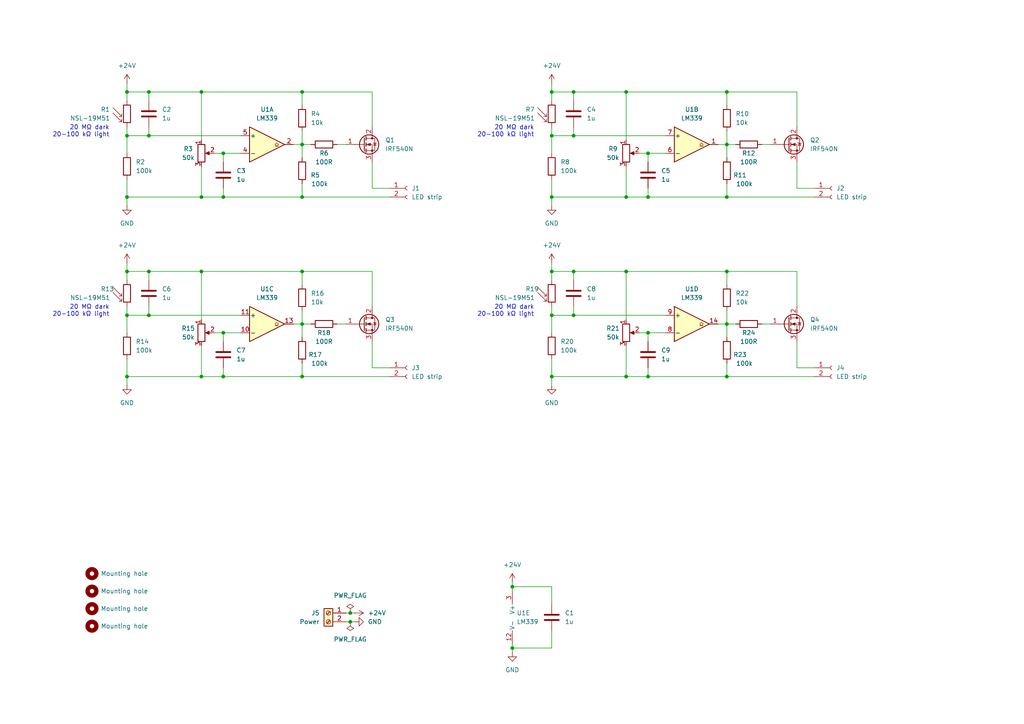
<source format=kicad_sch>
(kicad_sch (version 20250114) (generator "eeschema") (generator_version "9.0")
  (paper "A4")
  (title_block (title "Wardrobe light sensor/driver") (date "2025-08-01") (rev "A") (company "Sean Leavey") (comment 1 "https://github.com/SeanDS/wardrobe-leds"))
  (lib_symbols
    (symbol "Comparator:LM339" (pin_names (offset 0.127))
      (property "Reference" "U" (at 0 5.08 0))
      (property "Value" "LM339" (at 0 -5.08 0))
      (symbol "LM339_1_1"
        (polyline (pts (xy -5.08 5.08) (xy 5.08 0) (xy -5.08 -5.08) (xy -5.08 5.08)) (stroke (width 0.254)) (fill (type background)))
        (polyline (pts (xy 3.302 -0.508) (xy 2.794 -0.508) (xy 3.302 0) (xy 2.794 0.508) (xy 2.286 0) (xy 2.794 -0.508) (xy 2.286 -0.508)) (stroke (width 0.127)))
        (pin input line (at -7.62 2.54 0) (length 2.54) (name "+") (number "5"))
        (pin input line (at -7.62 -2.54 0) (length 2.54) (name "-") (number "4"))
        (pin open_collector line (at 7.62 0 180) (length 2.54) (name "~") (number "2"))
      )
      (symbol "LM339_2_1"
        (polyline (pts (xy -5.08 5.08) (xy 5.08 0) (xy -5.08 -5.08) (xy -5.08 5.08)) (stroke (width 0.254)) (fill (type background)))
        (polyline (pts (xy 3.302 -0.508) (xy 2.794 -0.508) (xy 3.302 0) (xy 2.794 0.508) (xy 2.286 0) (xy 2.794 -0.508) (xy 2.286 -0.508)) (stroke (width 0.127)))
        (pin input line (at -7.62 2.54 0) (length 2.54) (name "+") (number "7"))
        (pin input line (at -7.62 -2.54 0) (length 2.54) (name "-") (number "6"))
        (pin open_collector line (at 7.62 0 180) (length 2.54) (name "~") (number "1"))
      )
      (symbol "LM339_3_1"
        (polyline (pts (xy -5.08 5.08) (xy 5.08 0) (xy -5.08 -5.08) (xy -5.08 5.08)) (stroke (width 0.254)) (fill (type background)))
        (polyline (pts (xy 3.302 -0.508) (xy 2.794 -0.508) (xy 3.302 0) (xy 2.794 0.508) (xy 2.286 0) (xy 2.794 -0.508) (xy 2.286 -0.508)) (stroke (width 0.127)))
        (pin input line (at -7.62 2.54 0) (length 2.54) (name "+") (number "11"))
        (pin input line (at -7.62 -2.54 0) (length 2.54) (name "-") (number "10"))
        (pin open_collector line (at 7.62 0 180) (length 2.54) (name "~") (number "13"))
      )
      (symbol "LM339_4_1"
        (polyline (pts (xy -5.08 5.08) (xy 5.08 0) (xy -5.08 -5.08) (xy -5.08 5.08)) (stroke (width 0.254)) (fill (type background)))
        (polyline (pts (xy 3.302 -0.508) (xy 2.794 -0.508) (xy 3.302 0) (xy 2.794 0.508) (xy 2.286 0) (xy 2.794 -0.508) (xy 2.286 -0.508)) (stroke (width 0.127)))
        (pin input line (at -7.62 2.54 0) (length 2.54) (name "+") (number "9"))
        (pin input line (at -7.62 -2.54 0) (length 2.54) (name "-") (number "8"))
        (pin open_collector line (at 7.62 0 180) (length 2.54) (name "~") (number "14"))
      )
      (symbol "LM339_5_1"
        (pin power_in line (at -2.54 7.62 270) (length 3.81) (name "V+") (number "3"))
        (pin power_in line (at -2.54 -7.62 90) (length 3.81) (name "V-") (number "12"))
      )
    )
    (symbol "Connector:Conn_01x02_Socket" (pin_names (offset 1.016) (hide yes))
      (property "Reference" "J" (at 0 2.54 0))
      (property "Value" "Conn_01x02_Socket" (at 0 -5.08 0))
      (symbol "Conn_01x02_Socket_1_1"
        (polyline (pts (xy -1.27 0) (xy -0.508 0)) (stroke (width 0.1524)))
        (polyline (pts (xy -1.27 -2.54) (xy -0.508 -2.54)) (stroke (width 0.1524)))
        (arc (start 0 -0.508) (mid -0.5058 0) (end 0 0.508) (stroke (width 0.1524)))
        (arc (start 0 -3.048) (mid -0.5058 -2.54) (end 0 -2.032) (stroke (width 0.1524)))
        (pin passive line (at -5.08 0 0) (length 3.81) (name "Pin_1") (number "1"))
        (pin passive line (at -5.08 -2.54 0) (length 3.81) (name "Pin_2") (number "2"))
      )
    )
    (symbol "Connector:Screw_Terminal_01x02" (pin_names (offset 1.016) (hide yes))
      (property "Reference" "J" (at 0 2.54 0))
      (property "Value" "Screw_Terminal_01x02" (at 0 -5.08 0))
      (symbol "Screw_Terminal_01x02_1_1"
        (rectangle (start -1.27 1.27) (end 1.27 -3.81) (stroke (width 0.254)) (fill (type background)))
        (polyline (pts (xy -0.5334 0.3302) (xy 0.3302 -0.508)) (stroke (width 0.1524)))
        (polyline (pts (xy -0.5334 -2.2098) (xy 0.3302 -3.048)) (stroke (width 0.1524)))
        (polyline (pts (xy -0.3556 0.508) (xy 0.508 -0.3302)) (stroke (width 0.1524)))
        (polyline (pts (xy -0.3556 -2.032) (xy 0.508 -2.8702)) (stroke (width 0.1524)))
        (circle (center 0 0) (radius 0.635) (stroke (width 0.1524)))
        (circle (center 0 -2.54) (radius 0.635) (stroke (width 0.1524)))
        (pin passive line (at -5.08 0 0) (length 3.81) (name "Pin_1") (number "1"))
        (pin passive line (at -5.08 -2.54 0) (length 3.81) (name "Pin_2") (number "2"))
      )
    )
    (symbol "Device:C" (pin_numbers (hide yes)) (pin_names (offset 0.254))
      (property "Reference" "C" (at 0.635 2.54 0))
      (property "Value" "C" (at 0.635 -2.54 0))
      (symbol "C_0_1"
        (polyline (pts (xy -2.032 0.762) (xy 2.032 0.762)) (stroke (width 0.508)))
        (polyline (pts (xy -2.032 -0.762) (xy 2.032 -0.762)) (stroke (width 0.508)))
      )
      (symbol "C_1_1"
        (pin passive line (at 0 3.81 270) (length 2.794) (name "~") (number "1"))
        (pin passive line (at 0 -3.81 90) (length 2.794) (name "~") (number "2"))
      )
    )
    (symbol "Device:R" (pin_numbers (hide yes)) (pin_names (offset 0))
      (property "Reference" "R" (at 2.032 0 90))
      (property "Value" "R" (at 0 0 90))
      (symbol "R_0_1"
        (rectangle (start -1.016 -2.54) (end 1.016 2.54) (stroke (width 0.254)))
      )
      (symbol "R_1_1"
        (pin passive line (at 0 3.81 270) (length 1.27) (name "~") (number "1"))
        (pin passive line (at 0 -3.81 90) (length 1.27) (name "~") (number "2"))
      )
    )
    (symbol "Device:R_Photo" (pin_numbers (hide yes)) (pin_names (offset 0))
      (property "Reference" "R" (at 1.27 1.27 0))
      (property "Value" "R_Photo" (at 1.27 0 0))
      (symbol "R_Photo_0_1"
        (polyline (pts (xy -1.524 -0.762) (xy -4.064 1.778)))
        (polyline (pts (xy -1.524 -0.762) (xy -2.286 -0.762)))
        (polyline (pts (xy -1.524 -0.762) (xy -1.524 0)))
        (polyline (pts (xy -1.524 -2.286) (xy -4.064 0.254)))
        (polyline (pts (xy -1.524 -2.286) (xy -2.286 -2.286)))
        (polyline (pts (xy -1.524 -2.286) (xy -1.524 -1.524)))
        (rectangle (start -1.016 2.54) (end 1.016 -2.54) (stroke (width 0.254)))
      )
      (symbol "R_Photo_1_1"
        (pin passive line (at 0 3.81 270) (length 1.27) (name "~") (number "1"))
        (pin passive line (at 0 -3.81 90) (length 1.27) (name "~") (number "2"))
      )
    )
    (symbol "Device:R_Potentiometer" (pin_names (offset 1.016) (hide yes))
      (property "Reference" "RV" (at -4.445 0 90))
      (property "Value" "R_Potentiometer" (at -2.54 0 90))
      (symbol "R_Potentiometer_0_1"
        (rectangle (start 1.016 2.54) (end -1.016 -2.54) (stroke (width 0.254)))
        (polyline (pts (xy 1.143 0) (xy 2.286 0.508) (xy 2.286 -0.508) (xy 1.143 0)) (fill (type outline)))
        (polyline (pts (xy 2.54 0) (xy 1.524 0)))
      )
      (symbol "R_Potentiometer_1_1"
        (pin passive line (at 0 3.81 270) (length 1.27) (name "1") (number "1"))
        (pin passive line (at 0 -3.81 90) (length 1.27) (name "3") (number "3"))
        (pin passive line (at 3.81 0 180) (length 1.27) (name "2") (number "2"))
      )
    )
    (symbol "Mechanical:MountingHole" (pin_names (offset 1.016)) (in_bom no)
      (property "Reference" "H" (at 0 5.08 0))
      (property "Value" "MountingHole" (at 0 3.175 0))
      (symbol "MountingHole_0_1"
        (circle (center 0 0) (radius 1.27) (stroke (width 1.27)))
      )
    )
    (symbol "Transistor_FET:IRF540N" (pin_names (hide yes))
      (property "Reference" "Q" (at 5.08 1.905 0))
      (property "Value" "IRF540N" (at 5.08 0 0))
      (symbol "IRF540N_0_1"
        (polyline (pts (xy 0.254 1.905) (xy 0.254 -1.905)) (stroke (width 0.254)))
        (polyline (pts (xy 0.254 0) (xy -2.54 0)))
        (polyline (pts (xy 0.762 2.286) (xy 0.762 1.27)) (stroke (width 0.254)))
        (polyline (pts (xy 0.762 0.508) (xy 0.762 -0.508)) (stroke (width 0.254)))
        (polyline (pts (xy 0.762 -1.27) (xy 0.762 -2.286)) (stroke (width 0.254)))
        (polyline (pts (xy 0.762 -1.778) (xy 3.302 -1.778) (xy 3.302 1.778) (xy 0.762 1.778)))
        (polyline (pts (xy 1.016 0) (xy 2.032 0.381) (xy 2.032 -0.381) (xy 1.016 0)) (fill (type outline)))
        (circle (center 1.651 0) (radius 2.794) (stroke (width 0.254)))
        (polyline (pts (xy 2.54 2.54) (xy 2.54 1.778)))
        (circle (center 2.54 1.778) (radius 0.254) (fill (type outline)))
        (circle (center 2.54 -1.778) (radius 0.254) (fill (type outline)))
        (polyline (pts (xy 2.54 -2.54) (xy 2.54 0) (xy 0.762 0)))
        (polyline (pts (xy 2.794 0.508) (xy 2.921 0.381) (xy 3.683 0.381) (xy 3.81 0.254)))
        (polyline (pts (xy 3.302 0.381) (xy 2.921 -0.254) (xy 3.683 -0.254) (xy 3.302 0.381)))
      )
      (symbol "IRF540N_1_1"
        (pin input line (at -5.08 0 0) (length 2.54) (name "G") (number "1"))
        (pin passive line (at 2.54 5.08 270) (length 2.54) (name "D") (number "2"))
        (pin passive line (at 2.54 -5.08 90) (length 2.54) (name "S") (number "3"))
      )
    )
    (symbol "power:+24V" (power) (pin_numbers (hide yes)) (pin_names (offset 0) (hide yes))
      (property "Value" "+24V" (at 0 3.556 0))
      (symbol "+24V_0_1"
        (polyline (pts (xy -0.762 1.27) (xy 0 2.54)))
        (polyline (pts (xy 0 2.54) (xy 0.762 1.27)))
        (polyline (pts (xy 0 0) (xy 0 2.54)))
      )
      (symbol "+24V_1_1"
        (pin power_in line (at 0 0 90) (length 0) (name "~") (number "1"))
      )
    )
    (symbol "power:GND" (power) (pin_numbers (hide yes)) (pin_names (offset 0) (hide yes))
      (property "Value" "GND" (at 0 -3.81 0))
      (symbol "GND_0_1"
        (polyline (pts (xy 0 0) (xy 0 -1.27) (xy 1.27 -1.27) (xy 0 -2.54) (xy -1.27 -1.27) (xy 0 -1.27)))
      )
      (symbol "GND_1_1"
        (pin power_in line (at 0 0 270) (length 0) (name "~") (number "1"))
      )
    )
    (symbol "power:PWR_FLAG" (power) (pin_numbers (hide yes)) (pin_names (offset 0) (hide yes))
      (property "Value" "PWR_FLAG" (at 0 3.81 0))
      (symbol "PWR_FLAG_0_0"
        (pin power_out line (at 0 0 90) (length 0) (name "~") (number "1"))
      )
      (symbol "PWR_FLAG_0_1"
        (polyline (pts (xy 0 0) (xy 0 1.27) (xy -1.016 1.905) (xy 0 2.54) (xy 1.016 1.905) (xy 0 1.27)))
      )
    )
  )
  (text "20 MΩ dark\n20-100 kΩ light" (at 31.75 38.1 0) (effects (font (size 1.27 1.27)) (justify right)))
  (text "20 MΩ dark\n20-100 kΩ light" (at 154.94 38.1 0) (effects (font (size 1.27 1.27)) (justify right)))
  (text "20 MΩ dark\n20-100 kΩ light" (at 154.94 90.17 0) (effects (font (size 1.27 1.27)) (justify right)))
  (text "20 MΩ dark\n20-100 kΩ light" (at 31.75 90.17 0) (effects (font (size 1.27 1.27)) (justify right)))
  (junction (at 64.77 96.52))
  (junction (at 58.42 109.22))
  (junction (at 36.83 39.37))
  (junction (at 58.42 26.67))
  (junction (at 181.61 109.22))
  (junction (at 166.37 91.44))
  (junction (at 87.63 41.91))
  (junction (at 148.59 170.18))
  (junction (at 210.82 57.15))
  (junction (at 43.18 91.44))
  (junction (at 64.77 57.15))
  (junction (at 87.63 93.98))
  (junction (at 58.42 78.74))
  (junction (at 181.61 57.15))
  (junction (at 210.82 26.67))
  (junction (at 87.63 109.22))
  (junction (at 87.63 57.15))
  (junction (at 36.83 109.22))
  (junction (at 36.83 57.15))
  (junction (at 43.18 39.37))
  (junction (at 166.37 39.37))
  (junction (at 210.82 78.74))
  (junction (at 36.83 91.44))
  (junction (at 187.96 109.22))
  (junction (at 43.18 78.74))
  (junction (at 148.59 187.96))
  (junction (at 160.02 109.22))
  (junction (at 160.02 57.15))
  (junction (at 36.83 26.67))
  (junction (at 181.61 26.67))
  (junction (at 210.82 109.22))
  (junction (at 36.83 78.74))
  (junction (at 187.96 44.45))
  (junction (at 210.82 93.98))
  (junction (at 160.02 78.74))
  (junction (at 101.6 177.8))
  (junction (at 160.02 26.67))
  (junction (at 166.37 26.67))
  (junction (at 101.6 180.34))
  (junction (at 166.37 78.74))
  (junction (at 58.42 57.15))
  (junction (at 181.61 78.74))
  (junction (at 87.63 26.67))
  (junction (at 160.02 91.44))
  (junction (at 43.18 26.67))
  (junction (at 87.63 78.74))
  (junction (at 187.96 96.52))
  (junction (at 210.82 41.91))
  (junction (at 64.77 44.45))
  (junction (at 187.96 57.15))
  (junction (at 160.02 39.37))
  (junction (at 64.77 109.22))
  (wire (pts (xy 107.95 78.74) (xy 107.95 88.9)))
  (wire (pts (xy 64.77 44.45) (xy 64.77 46.99)))
  (wire (pts (xy 85.09 93.98) (xy 87.63 93.98)))
  (wire (pts (xy 87.63 53.34) (xy 87.63 57.15)))
  (wire (pts (xy 64.77 96.52) (xy 69.85 96.52)))
  (wire (pts (xy 36.83 52.07) (xy 36.83 57.15)))
  (wire (pts (xy 166.37 88.9) (xy 166.37 91.44)))
  (wire (pts (xy 36.83 57.15) (xy 58.42 57.15)))
  (wire (pts (xy 231.14 26.67) (xy 231.14 36.83)))
  (wire (pts (xy 58.42 48.26) (xy 58.42 57.15)))
  (wire (pts (xy 43.18 26.67) (xy 58.42 26.67)))
  (wire (pts (xy 166.37 26.67) (xy 166.37 29.21)))
  (wire (pts (xy 43.18 91.44) (xy 36.83 91.44)))
  (wire (pts (xy 223.52 41.91) (xy 220.98 41.91)))
  (wire (pts (xy 166.37 78.74) (xy 166.37 81.28)))
  (wire (pts (xy 187.96 96.52) (xy 193.04 96.52)))
  (wire (pts (xy 210.82 41.91) (xy 210.82 45.72)))
  (wire (pts (xy 87.63 41.91) (xy 87.63 45.72)))
  (wire (pts (xy 87.63 26.67) (xy 87.63 30.48)))
  (wire (pts (xy 87.63 38.1) (xy 87.63 41.91)))
  (wire (pts (xy 166.37 91.44) (xy 160.02 91.44)))
  (wire (pts (xy 43.18 39.37) (xy 36.83 39.37)))
  (wire (pts (xy 160.02 39.37) (xy 160.02 44.45)))
  (wire (pts (xy 100.33 41.91) (xy 97.79 41.91)))
  (wire (pts (xy 64.77 44.45) (xy 69.85 44.45)))
  (wire (pts (xy 181.61 48.26) (xy 181.61 57.15)))
  (wire (pts (xy 210.82 93.98) (xy 210.82 97.79)))
  (wire (pts (xy 148.59 189.23) (xy 148.59 187.96)))
  (wire (pts (xy 187.96 106.68) (xy 187.96 109.22)))
  (wire (pts (xy 64.77 54.61) (xy 64.77 57.15)))
  (wire (pts (xy 223.52 93.98) (xy 220.98 93.98)))
  (wire (pts (xy 181.61 26.67) (xy 181.61 40.64)))
  (wire (pts (xy 87.63 105.41) (xy 87.63 109.22)))
  (wire (pts (xy 181.61 100.33) (xy 181.61 109.22)))
  (wire (pts (xy 181.61 78.74) (xy 181.61 92.71)))
  (wire (pts (xy 166.37 26.67) (xy 181.61 26.67)))
  (wire (pts (xy 87.63 26.67) (xy 107.95 26.67)))
  (wire (pts (xy 181.61 26.67) (xy 210.82 26.67)))
  (wire (pts (xy 210.82 53.34) (xy 210.82 57.15)))
  (wire (pts (xy 185.42 44.45) (xy 187.96 44.45)))
  (wire (pts (xy 87.63 90.17) (xy 87.63 93.98)))
  (wire (pts (xy 160.02 104.14) (xy 160.02 109.22)))
  (wire (pts (xy 210.82 26.67) (xy 231.14 26.67)))
  (wire (pts (xy 36.83 36.83) (xy 36.83 39.37)))
  (wire (pts (xy 187.96 109.22) (xy 210.82 109.22)))
  (wire (pts (xy 160.02 170.18) (xy 160.02 175.26)))
  (wire (pts (xy 160.02 182.88) (xy 160.02 187.96)))
  (wire (pts (xy 166.37 39.37) (xy 160.02 39.37)))
  (wire (pts (xy 85.09 41.91) (xy 87.63 41.91)))
  (wire (pts (xy 58.42 100.33) (xy 58.42 109.22)))
  (wire (pts (xy 148.59 168.91) (xy 148.59 170.18)))
  (wire (pts (xy 58.42 78.74) (xy 87.63 78.74)))
  (wire (pts (xy 58.42 109.22) (xy 64.77 109.22)))
  (wire (pts (xy 210.82 26.67) (xy 210.82 30.48)))
  (wire (pts (xy 187.96 44.45) (xy 187.96 46.99)))
  (wire (pts (xy 36.83 57.15) (xy 36.83 59.69)))
  (wire (pts (xy 181.61 78.74) (xy 210.82 78.74)))
  (wire (pts (xy 185.42 96.52) (xy 187.96 96.52)))
  (wire (pts (xy 87.63 93.98) (xy 87.63 97.79)))
  (wire (pts (xy 148.59 187.96) (xy 160.02 187.96)))
  (wire (pts (xy 64.77 106.68) (xy 64.77 109.22)))
  (wire (pts (xy 102.87 177.8) (xy 101.6 177.8)))
  (wire (pts (xy 43.18 39.37) (xy 69.85 39.37)))
  (wire (pts (xy 107.95 46.99) (xy 107.95 54.61)))
  (wire (pts (xy 210.82 78.74) (xy 231.14 78.74)))
  (wire (pts (xy 210.82 78.74) (xy 210.82 82.55)))
  (wire (pts (xy 181.61 57.15) (xy 187.96 57.15)))
  (wire (pts (xy 43.18 78.74) (xy 43.18 81.28)))
  (wire (pts (xy 160.02 78.74) (xy 166.37 78.74)))
  (wire (pts (xy 166.37 39.37) (xy 193.04 39.37)))
  (wire (pts (xy 210.82 109.22) (xy 236.22 109.22)))
  (wire (pts (xy 210.82 105.41) (xy 210.82 109.22)))
  (wire (pts (xy 43.18 78.74) (xy 58.42 78.74)))
  (wire (pts (xy 87.63 78.74) (xy 107.95 78.74)))
  (wire (pts (xy 160.02 26.67) (xy 160.02 29.21)))
  (wire (pts (xy 62.23 44.45) (xy 64.77 44.45)))
  (wire (pts (xy 36.83 76.2) (xy 36.83 78.74)))
  (wire (pts (xy 36.83 26.67) (xy 36.83 29.21)))
  (wire (pts (xy 160.02 109.22) (xy 181.61 109.22)))
  (wire (pts (xy 160.02 78.74) (xy 160.02 81.28)))
  (wire (pts (xy 210.82 93.98) (xy 213.36 93.98)))
  (wire (pts (xy 58.42 57.15) (xy 64.77 57.15)))
  (wire (pts (xy 36.83 104.14) (xy 36.83 109.22)))
  (wire (pts (xy 113.03 106.68) (xy 107.95 106.68)))
  (wire (pts (xy 64.77 57.15) (xy 87.63 57.15)))
  (wire (pts (xy 43.18 36.83) (xy 43.18 39.37)))
  (wire (pts (xy 113.03 54.61) (xy 107.95 54.61)))
  (wire (pts (xy 160.02 36.83) (xy 160.02 39.37)))
  (wire (pts (xy 101.6 180.34) (xy 100.33 180.34)))
  (wire (pts (xy 231.14 78.74) (xy 231.14 88.9)))
  (wire (pts (xy 36.83 109.22) (xy 58.42 109.22)))
  (wire (pts (xy 160.02 26.67) (xy 166.37 26.67)))
  (wire (pts (xy 148.59 187.96) (xy 148.59 186.69)))
  (wire (pts (xy 87.63 78.74) (xy 87.63 82.55)))
  (wire (pts (xy 87.63 41.91) (xy 90.17 41.91)))
  (wire (pts (xy 87.63 93.98) (xy 90.17 93.98)))
  (wire (pts (xy 36.83 39.37) (xy 36.83 44.45)))
  (wire (pts (xy 87.63 57.15) (xy 113.03 57.15)))
  (wire (pts (xy 58.42 78.74) (xy 58.42 92.71)))
  (wire (pts (xy 187.96 96.52) (xy 187.96 99.06)))
  (wire (pts (xy 160.02 57.15) (xy 160.02 59.69)))
  (wire (pts (xy 187.96 44.45) (xy 193.04 44.45)))
  (wire (pts (xy 160.02 88.9) (xy 160.02 91.44)))
  (wire (pts (xy 210.82 90.17) (xy 210.82 93.98)))
  (wire (pts (xy 43.18 88.9) (xy 43.18 91.44)))
  (wire (pts (xy 210.82 57.15) (xy 236.22 57.15)))
  (wire (pts (xy 210.82 41.91) (xy 213.36 41.91)))
  (wire (pts (xy 100.33 93.98) (xy 97.79 93.98)))
  (wire (pts (xy 208.28 41.91) (xy 210.82 41.91)))
  (wire (pts (xy 36.83 91.44) (xy 36.83 96.52)))
  (wire (pts (xy 160.02 91.44) (xy 160.02 96.52)))
  (wire (pts (xy 64.77 109.22) (xy 87.63 109.22)))
  (wire (pts (xy 101.6 177.8) (xy 100.33 177.8)))
  (wire (pts (xy 160.02 52.07) (xy 160.02 57.15)))
  (wire (pts (xy 231.14 46.99) (xy 231.14 54.61)))
  (wire (pts (xy 36.83 26.67) (xy 43.18 26.67)))
  (wire (pts (xy 36.83 109.22) (xy 36.83 111.76)))
  (wire (pts (xy 160.02 24.13) (xy 160.02 26.67)))
  (wire (pts (xy 231.14 99.06) (xy 231.14 106.68)))
  (wire (pts (xy 166.37 36.83) (xy 166.37 39.37)))
  (wire (pts (xy 87.63 109.22) (xy 113.03 109.22)))
  (wire (pts (xy 148.59 170.18) (xy 160.02 170.18)))
  (wire (pts (xy 62.23 96.52) (xy 64.77 96.52)))
  (wire (pts (xy 187.96 54.61) (xy 187.96 57.15)))
  (wire (pts (xy 64.77 96.52) (xy 64.77 99.06)))
  (wire (pts (xy 102.87 180.34) (xy 101.6 180.34)))
  (wire (pts (xy 236.22 106.68) (xy 231.14 106.68)))
  (wire (pts (xy 43.18 26.67) (xy 43.18 29.21)))
  (wire (pts (xy 36.83 78.74) (xy 36.83 81.28)))
  (wire (pts (xy 208.28 93.98) (xy 210.82 93.98)))
  (wire (pts (xy 107.95 26.67) (xy 107.95 36.83)))
  (wire (pts (xy 187.96 57.15) (xy 210.82 57.15)))
  (wire (pts (xy 36.83 78.74) (xy 43.18 78.74)))
  (wire (pts (xy 58.42 26.67) (xy 87.63 26.67)))
  (wire (pts (xy 236.22 54.61) (xy 231.14 54.61)))
  (wire (pts (xy 36.83 88.9) (xy 36.83 91.44)))
  (wire (pts (xy 107.95 99.06) (xy 107.95 106.68)))
  (wire (pts (xy 58.42 26.67) (xy 58.42 40.64)))
  (wire (pts (xy 43.18 91.44) (xy 69.85 91.44)))
  (wire (pts (xy 160.02 109.22) (xy 160.02 111.76)))
  (wire (pts (xy 166.37 78.74) (xy 181.61 78.74)))
  (wire (pts (xy 166.37 91.44) (xy 193.04 91.44)))
  (wire (pts (xy 160.02 57.15) (xy 181.61 57.15)))
  (wire (pts (xy 181.61 109.22) (xy 187.96 109.22)))
  (wire (pts (xy 160.02 76.2) (xy 160.02 78.74)))
  (wire (pts (xy 36.83 24.13) (xy 36.83 26.67)))
  (wire (pts (xy 148.59 170.18) (xy 148.59 171.45)))
  (wire (pts (xy 210.82 38.1) (xy 210.82 41.91)))
  (symbol (lib_id "power:+24V") (at 102.87 177.8 270) (unit 1)
    (property "Reference" "#PWR011" (effects (hide yes)))
    (property "Value" "+24V" (at 106.68 177.7999 90) (effects (justify left)))
    (property "Description" "Power symbol creates a global label with name \"+24V\"" (effects (hide yes)))
  )
  (symbol (lib_id "Device:R_Photo") (at 36.83 85.09 0) (unit 1)
    (property "Reference" "R13" (at 29.21 83.82 0) (effects (justify left)))
    (property "Value" "NSL-19M51" (at 20.32 86.36 0) (effects (justify left)))
    (property "Footprint" "Connector_Molex:Molex_Nano-Fit_105313-xx02_1x02_P2.50mm_Horizontal" (effects (hide yes)))
    (property "Description" "Photoresistor" (effects (hide yes)))
    (property "Vendor1" "RS" (effects (hide yes)))
    (property "SKU1" "914-6710" (effects (hide yes)))
    (property "Manufacturer1" "Luna Optoelectronics" (effects (hide yes)))
    (property "Field8" "NSL-19M51" (effects (hide yes)))
  )
  (symbol (lib_id "Device:R") (at 93.98 93.98 270) (unit 1)
    (property "Reference" "R18" (at 93.98 96.52 90))
    (property "Value" "100R" (at 93.98 99.06 90))
    (property "Footprint" "Resistor_SMD:R_0805_2012Metric" (effects (hide yes)))
    (property "Description" "Resistor" (effects (hide yes)))
  )
  (symbol (lib_id "Mechanical:MountingHole") (at 26.67 176.53 0) (unit 1) (in_bom no)
    (property "Reference" "H3" (effects (hide yes)))
    (property "Value" "Mounting hole" (at 29.21 176.53 0) (effects (justify left)))
    (property "Footprint" "MountingHole:MountingHole_3.2mm_M3" (effects (hide yes)))
    (property "Description" "Mounting Hole without connection" (effects (hide yes)))
  )
  (symbol (lib_id "Device:R") (at 217.17 93.98 270) (unit 1)
    (property "Reference" "R24" (at 217.17 96.52 90))
    (property "Value" "100R" (at 217.17 99.06 90))
    (property "Footprint" "Resistor_SMD:R_0805_2012Metric" (effects (hide yes)))
    (property "Description" "Resistor" (effects (hide yes)))
  )
  (symbol (lib_id "Device:R") (at 217.17 41.91 270) (unit 1)
    (property "Reference" "R12" (at 217.17 44.45 90))
    (property "Value" "100R" (at 217.17 46.99 90))
    (property "Footprint" "Resistor_SMD:R_0805_2012Metric" (effects (hide yes)))
    (property "Description" "Resistor" (effects (hide yes)))
  )
  (symbol (lib_id "Device:R_Photo") (at 160.02 85.09 0) (unit 1)
    (property "Reference" "R19" (at 152.4 83.82 0) (effects (justify left)))
    (property "Value" "NSL-19M51" (at 143.51 86.36 0) (effects (justify left)))
    (property "Footprint" "Connector_Molex:Molex_Nano-Fit_105313-xx02_1x02_P2.50mm_Horizontal" (effects (hide yes)))
    (property "Description" "Photoresistor" (effects (hide yes)))
    (property "Vendor1" "RS" (effects (hide yes)))
    (property "SKU1" "914-6710" (effects (hide yes)))
    (property "Manufacturer1" "Luna Optoelectronics" (effects (hide yes)))
    (property "Field8" "NSL-19M51" (effects (hide yes)))
  )
  (symbol (lib_id "Device:C") (at 43.18 85.09 0) (unit 1)
    (property "Reference" "C6" (at 46.99 83.8199 0) (effects (justify left)))
    (property "Value" "1u" (at 46.99 86.3599 0) (effects (justify left)))
    (property "Footprint" "Capacitor_SMD:C_0805_2012Metric" (effects (hide yes)))
    (property "Description" "Unpolarized capacitor" (effects (hide yes)))
  )
  (symbol (lib_id "Device:R_Potentiometer") (at 58.42 44.45 0) (unit 1)
    (property "Reference" "R3" (at 54.61 43.18 0))
    (property "Value" "50k" (at 54.61 45.72 0))
    (property "Footprint" "Potentiometer_SMD:Potentiometer_Bourns_3314J_Vertical" (effects (hide yes)))
    (property "Description" "Potentiometer" (effects (hide yes)))
    (property "Vendor1" "RS" (effects (hide yes)))
    (property "SKU1" "787-0708" (effects (hide yes)))
    (property "Manufacturer1" "Bourns" (effects (hide yes)))
    (property "MPN1" "3314G-2-503E" (effects (hide yes)))
  )
  (symbol (lib_id "power:GND") (at 160.02 111.76 0) (unit 1)
    (property "Reference" "#PWR010" (effects (hide yes)))
    (property "Value" "GND" (at 160.02 116.84 0))
    (property "Description" "Power symbol creates a global label with name \"GND\" , ground" (effects (hide yes)))
  )
  (symbol (lib_id "Device:C") (at 160.02 179.07 0) (unit 1)
    (property "Reference" "C1" (at 163.83 177.7999 0) (effects (justify left)))
    (property "Value" "1u" (at 163.83 180.3399 0) (effects (justify left)))
    (property "Footprint" "Capacitor_SMD:C_0805_2012Metric" (effects (hide yes)))
    (property "Description" "Unpolarized capacitor" (effects (hide yes)))
  )
  (symbol (lib_id "Comparator:LM339") (at 200.66 41.91 0) (unit 2)
    (property "Reference" "U1" (at 200.66 31.75 0))
    (property "Value" "LM339" (at 200.66 34.29 0))
    (property "Footprint" "Package_SO:SOIC-14_3.9x8.7mm_P1.27mm" (effects (hide yes)))
    (property "Datasheet" "https://www.st.com/resource/en/datasheet/lm139.pdf" (effects (hide yes)))
    (property "Description" "Quad Differential Comparators, SOIC-14/TSSOP-14" (effects (hide yes)))
    (property "Vendor1" "RS" (effects (hide yes)))
    (property "SKU1" "858-411" (effects (hide yes)))
    (property "Manufacturer1" "Texas Instruments" (effects (hide yes)))
    (property "MPN1" "LM339D" (effects (hide yes)))
  )
  (symbol (lib_id "Connector:Conn_01x02_Socket") (at 241.3 54.61 0) (unit 1)
    (property "Reference" "J2" (at 242.57 54.6099 0) (effects (justify left)))
    (property "Value" "LED strip" (at 242.57 57.1499 0) (effects (justify left)))
    (property "Footprint" "Connector_Molex:Molex_Nano-Fit_105313-xx02_1x02_P2.50mm_Horizontal" (effects (hide yes)))
    (property "Description" "Generic connector, single row, 01x02, script generated" (effects (hide yes)))
  )
  (symbol (lib_id "Device:R") (at 87.63 101.6 180) (unit 1)
    (property "Reference" "R17" (at 91.44 102.87 0))
    (property "Value" "100k" (at 92.71 105.41 0))
    (property "Footprint" "Resistor_SMD:R_0805_2012Metric" (effects (hide yes)))
    (property "Description" "Resistor" (effects (hide yes)))
  )
  (symbol (lib_id "power:+24V") (at 160.02 76.2 0) (unit 1)
    (property "Reference" "#PWR09" (effects (hide yes)))
    (property "Value" "+24V" (at 160.02 71.12 0))
    (property "Description" "Power symbol creates a global label with name \"+24V\"" (effects (hide yes)))
  )
  (symbol (lib_id "Device:C") (at 64.77 102.87 0) (unit 1)
    (property "Reference" "C7" (at 68.58 101.5999 0) (effects (justify left)))
    (property "Value" "1u" (at 68.58 104.1399 0) (effects (justify left)))
    (property "Footprint" "Capacitor_SMD:C_0805_2012Metric" (effects (hide yes)))
    (property "Description" "Unpolarized capacitor" (effects (hide yes)))
  )
  (symbol (lib_id "power:GND") (at 36.83 59.69 0) (unit 1)
    (property "Reference" "#PWR01" (effects (hide yes)))
    (property "Value" "GND" (at 36.83 64.77 0))
    (property "Description" "Power symbol creates a global label with name \"GND\" , ground" (effects (hide yes)))
  )
  (symbol (lib_id "power:+24V") (at 36.83 24.13 0) (unit 1)
    (property "Reference" "#PWR02" (effects (hide yes)))
    (property "Value" "+24V" (at 36.83 19.05 0))
    (property "Description" "Power symbol creates a global label with name \"+24V\"" (effects (hide yes)))
  )
  (symbol (lib_id "Device:R") (at 87.63 49.53 180) (unit 1)
    (property "Reference" "R5" (at 91.44 50.8 0))
    (property "Value" "100k" (at 92.71 53.34 0))
    (property "Footprint" "Resistor_SMD:R_0805_2012Metric" (effects (hide yes)))
    (property "Description" "Resistor" (effects (hide yes)))
  )
  (symbol (lib_id "power:+24V") (at 160.02 24.13 0) (unit 1)
    (property "Reference" "#PWR05" (effects (hide yes)))
    (property "Value" "+24V" (at 160.02 19.05 0))
    (property "Description" "Power symbol creates a global label with name \"+24V\"" (effects (hide yes)))
  )
  (symbol (lib_id "Device:R") (at 93.98 41.91 270) (unit 1)
    (property "Reference" "R6" (at 93.98 44.45 90))
    (property "Value" "100R" (at 93.98 46.99 90))
    (property "Footprint" "Resistor_SMD:R_0805_2012Metric" (effects (hide yes)))
    (property "Description" "Resistor" (effects (hide yes)))
  )
  (symbol (lib_id "Device:R") (at 87.63 86.36 180) (unit 1)
    (property "Reference" "R16" (at 90.17 85.0899 0) (effects (justify right)))
    (property "Value" "10k" (at 90.17 87.6299 0) (effects (justify right)))
    (property "Footprint" "Resistor_SMD:R_0805_2012Metric" (effects (hide yes)))
    (property "Description" "Resistor" (effects (hide yes)))
  )
  (symbol (lib_id "Device:R") (at 87.63 34.29 180) (unit 1)
    (property "Reference" "R4" (at 90.17 33.0199 0) (effects (justify right)))
    (property "Value" "10k" (at 90.17 35.5599 0) (effects (justify right)))
    (property "Footprint" "Resistor_SMD:R_0805_2012Metric" (effects (hide yes)))
    (property "Description" "Resistor" (effects (hide yes)))
  )
  (symbol (lib_id "Connector:Conn_01x02_Socket") (at 118.11 54.61 0) (unit 1)
    (property "Reference" "J1" (at 119.38 54.6099 0) (effects (justify left)))
    (property "Value" "LED strip" (at 119.38 57.1499 0) (effects (justify left)))
    (property "Footprint" "Connector_Molex:Molex_Nano-Fit_105313-xx02_1x02_P2.50mm_Horizontal" (effects (hide yes)))
    (property "Description" "Generic connector, single row, 01x02, script generated" (effects (hide yes)))
  )
  (symbol (lib_id "power:GND") (at 148.59 189.23 0) (unit 1)
    (property "Reference" "#PWR04" (effects (hide yes)))
    (property "Value" "GND" (at 148.59 194.31 0))
    (property "Description" "Power symbol creates a global label with name \"GND\" , ground" (effects (hide yes)))
  )
  (symbol (lib_id "Device:C") (at 43.18 33.02 0) (unit 1)
    (property "Reference" "C2" (at 46.99 31.7499 0) (effects (justify left)))
    (property "Value" "1u" (at 46.99 34.2899 0) (effects (justify left)))
    (property "Footprint" "Capacitor_SMD:C_0805_2012Metric" (effects (hide yes)))
    (property "Description" "Unpolarized capacitor" (effects (hide yes)))
  )
  (symbol (lib_id "Device:C") (at 187.96 102.87 0) (unit 1)
    (property "Reference" "C9" (at 191.77 101.5999 0) (effects (justify left)))
    (property "Value" "1u" (at 191.77 104.1399 0) (effects (justify left)))
    (property "Footprint" "Capacitor_SMD:C_0805_2012Metric" (effects (hide yes)))
    (property "Description" "Unpolarized capacitor" (effects (hide yes)))
  )
  (symbol (lib_id "Mechanical:MountingHole") (at 26.67 171.45 0) (unit 1) (in_bom no)
    (property "Reference" "H2" (effects (hide yes)))
    (property "Value" "Mounting hole" (at 29.21 171.45 0) (effects (justify left)))
    (property "Footprint" "MountingHole:MountingHole_3.2mm_M3" (effects (hide yes)))
    (property "Description" "Mounting Hole without connection" (effects (hide yes)))
  )
  (symbol (lib_id "power:+24V") (at 36.83 76.2 0) (unit 1)
    (property "Reference" "#PWR07" (effects (hide yes)))
    (property "Value" "+24V" (at 36.83 71.12 0))
    (property "Description" "Power symbol creates a global label with name \"+24V\"" (effects (hide yes)))
  )
  (symbol (lib_id "Device:R_Potentiometer") (at 181.61 44.45 0) (unit 1)
    (property "Reference" "R9" (at 177.8 43.18 0))
    (property "Value" "50k" (at 177.8 45.72 0))
    (property "Footprint" "Potentiometer_SMD:Potentiometer_Bourns_3314J_Vertical" (effects (hide yes)))
    (property "Description" "Potentiometer" (effects (hide yes)))
    (property "Vendor1" "RS" (effects (hide yes)))
    (property "SKU1" "787-0708" (effects (hide yes)))
    (property "Manufacturer1" "Bourns" (effects (hide yes)))
    (property "MPN1" "3314G-2-503E" (effects (hide yes)))
  )
  (symbol (lib_id "Device:R") (at 210.82 101.6 180) (unit 1)
    (property "Reference" "R23" (at 214.63 102.87 0))
    (property "Value" "100k" (at 215.9 105.41 0))
    (property "Footprint" "Resistor_SMD:R_0805_2012Metric" (effects (hide yes)))
    (property "Description" "Resistor" (effects (hide yes)))
  )
  (symbol (lib_id "Device:R") (at 210.82 86.36 180) (unit 1)
    (property "Reference" "R22" (at 213.36 85.0899 0) (effects (justify right)))
    (property "Value" "10k" (at 213.36 87.6299 0) (effects (justify right)))
    (property "Footprint" "Resistor_SMD:R_0805_2012Metric" (effects (hide yes)))
    (property "Description" "Resistor" (effects (hide yes)))
  )
  (symbol (lib_id "power:GND") (at 102.87 180.34 90) (unit 1)
    (property "Reference" "#PWR012" (effects (hide yes)))
    (property "Value" "GND" (at 106.68 180.3399 90) (effects (justify right)))
    (property "Description" "Power symbol creates a global label with name \"GND\" , ground" (effects (hide yes)))
  )
  (symbol (lib_id "Transistor_FET:IRF540N") (at 105.41 41.91 0) (unit 1)
    (property "Reference" "Q1" (at 111.76 40.6399 0) (effects (justify left)))
    (property "Value" "IRF540N" (at 111.76 43.1799 0) (effects (justify left)))
    (property "Footprint" "Package_TO_SOT_THT:TO-220-3_Horizontal_TabDown" (effects (hide yes)))
    (property "Datasheet" "http://www.irf.com/product-info/datasheets/data/irf540n.pdf" (effects (hide yes)))
    (property "Description" "33A Id, 100V Vds, HEXFET N-Channel MOSFET, TO-220" (effects (hide yes)))
    (property "Vendor1" "RS" (effects (hide yes)))
    (property "SKU1" "708-5143" (effects (hide yes)))
    (property "Manufacturer1" "Vishay" (effects (hide yes)))
    (property "MPN1" "IRF540PBF" (effects (hide yes)))
  )
  (symbol (lib_id "Comparator:LM339") (at 77.47 41.91 0) (unit 1)
    (property "Reference" "U1" (at 77.47 31.75 0))
    (property "Value" "LM339" (at 77.47 34.29 0))
    (property "Footprint" "Package_SO:SOIC-14_3.9x8.7mm_P1.27mm" (effects (hide yes)))
    (property "Datasheet" "https://www.st.com/resource/en/datasheet/lm139.pdf" (effects (hide yes)))
    (property "Description" "Quad Differential Comparators, SOIC-14/TSSOP-14" (effects (hide yes)))
    (property "Vendor1" "RS" (effects (hide yes)))
    (property "SKU1" "858-411" (effects (hide yes)))
    (property "Manufacturer1" "Texas Instruments" (effects (hide yes)))
    (property "MPN1" "LM339D" (effects (hide yes)))
  )
  (symbol (lib_id "Device:R") (at 36.83 48.26 0) (unit 1)
    (property "Reference" "R2" (at 39.37 46.9899 0) (effects (justify left)))
    (property "Value" "100k" (at 39.37 49.5299 0) (effects (justify left)))
    (property "Footprint" "Resistor_SMD:R_0805_2012Metric" (effects (hide yes)))
    (property "Description" "Resistor" (effects (hide yes)))
  )
  (symbol (lib_id "power:+24V") (at 148.59 168.91 0) (unit 1)
    (property "Reference" "#PWR03" (effects (hide yes)))
    (property "Value" "+24V" (at 148.59 163.83 0))
    (property "Description" "Power symbol creates a global label with name \"+24V\"" (effects (hide yes)))
  )
  (symbol (lib_id "Device:R") (at 210.82 49.53 180) (unit 1)
    (property "Reference" "R11" (at 214.63 50.8 0))
    (property "Value" "100k" (at 215.9 53.34 0))
    (property "Footprint" "Resistor_SMD:R_0805_2012Metric" (effects (hide yes)))
    (property "Description" "Resistor" (effects (hide yes)))
  )
  (symbol (lib_id "Mechanical:MountingHole") (at 26.67 181.61 0) (unit 1) (in_bom no)
    (property "Reference" "H4" (effects (hide yes)))
    (property "Value" "Mounting hole" (at 29.21 181.61 0) (effects (justify left)))
    (property "Footprint" "MountingHole:MountingHole_3.2mm_M3" (effects (hide yes)))
    (property "Description" "Mounting Hole without connection" (effects (hide yes)))
  )
  (symbol (lib_id "power:GND") (at 36.83 111.76 0) (unit 1)
    (property "Reference" "#PWR08" (effects (hide yes)))
    (property "Value" "GND" (at 36.83 116.84 0))
    (property "Description" "Power symbol creates a global label with name \"GND\" , ground" (effects (hide yes)))
  )
  (symbol (lib_id "Comparator:LM339") (at 151.13 179.07 0) (unit 5)
    (property "Reference" "U1" (at 149.86 177.7999 0) (effects (justify left)))
    (property "Value" "LM339" (at 149.86 180.3399 0) (effects (justify left)))
    (property "Footprint" "Package_SO:SOIC-14_3.9x8.7mm_P1.27mm" (effects (hide yes)))
    (property "Datasheet" "https://www.st.com/resource/en/datasheet/lm139.pdf" (effects (hide yes)))
    (property "Description" "Quad Differential Comparators, SOIC-14/TSSOP-14" (effects (hide yes)))
    (property "Vendor1" "RS" (effects (hide yes)))
    (property "SKU1" "858-411" (effects (hide yes)))
    (property "Manufacturer1" "Texas Instruments" (effects (hide yes)))
    (property "MPN1" "LM339D" (effects (hide yes)))
  )
  (symbol (lib_id "Transistor_FET:IRF540N") (at 105.41 93.98 0) (unit 1)
    (property "Reference" "Q3" (at 111.76 92.7099 0) (effects (justify left)))
    (property "Value" "IRF540N" (at 111.76 95.2499 0) (effects (justify left)))
    (property "Footprint" "Package_TO_SOT_THT:TO-220-3_Horizontal_TabDown" (effects (hide yes)))
    (property "Datasheet" "http://www.irf.com/product-info/datasheets/data/irf540n.pdf" (effects (hide yes)))
    (property "Description" "33A Id, 100V Vds, HEXFET N-Channel MOSFET, TO-220" (effects (hide yes)))
    (property "Vendor1" "RS" (effects (hide yes)))
    (property "SKU1" "708-5143" (effects (hide yes)))
    (property "Manufacturer1" "Vishay" (effects (hide yes)))
    (property "MPN1" "IRF540PBF" (effects (hide yes)))
  )
  (symbol (lib_id "Comparator:LM339") (at 77.47 93.98 0) (unit 3)
    (property "Reference" "U1" (at 77.47 83.82 0))
    (property "Value" "LM339" (at 77.47 86.36 0))
    (property "Footprint" "Package_SO:SOIC-14_3.9x8.7mm_P1.27mm" (effects (hide yes)))
    (property "Datasheet" "https://www.st.com/resource/en/datasheet/lm139.pdf" (effects (hide yes)))
    (property "Description" "Quad Differential Comparators, SOIC-14/TSSOP-14" (effects (hide yes)))
    (property "Vendor1" "RS" (effects (hide yes)))
    (property "SKU1" "858-411" (effects (hide yes)))
    (property "Manufacturer1" "Texas Instruments" (effects (hide yes)))
    (property "MPN1" "LM339D" (effects (hide yes)))
  )
  (symbol (lib_id "Device:R") (at 160.02 100.33 0) (unit 1)
    (property "Reference" "R20" (at 162.56 99.0599 0) (effects (justify left)))
    (property "Value" "100k" (at 162.56 101.5999 0) (effects (justify left)))
    (property "Footprint" "Resistor_SMD:R_0805_2012Metric" (effects (hide yes)))
    (property "Description" "Resistor" (effects (hide yes)))
  )
  (symbol (lib_id "power:GND") (at 160.02 59.69 0) (unit 1)
    (property "Reference" "#PWR06" (effects (hide yes)))
    (property "Value" "GND" (at 160.02 64.77 0))
    (property "Description" "Power symbol creates a global label with name \"GND\" , ground" (effects (hide yes)))
  )
  (symbol (lib_id "Device:R") (at 160.02 48.26 0) (unit 1)
    (property "Reference" "R8" (at 162.56 46.9899 0) (effects (justify left)))
    (property "Value" "100k" (at 162.56 49.5299 0) (effects (justify left)))
    (property "Footprint" "Resistor_SMD:R_0805_2012Metric" (effects (hide yes)))
    (property "Description" "Resistor" (effects (hide yes)))
  )
  (symbol (lib_id "Connector:Screw_Terminal_01x02") (at 95.25 177.8 0) (mirror y) (unit 1)
    (property "Reference" "J5" (at 92.71 177.7999 0) (effects (justify left)))
    (property "Value" "Power" (at 92.71 180.3399 0) (effects (justify left)))
    (property "Footprint" "TerminalBlock_Phoenix:TerminalBlock_Phoenix_MKDS-3-2-5.08_1x02_P5.08mm_Horizontal" (effects (hide yes)))
    (property "Description" "Generic screw terminal, single row, 01x02, script generated (kicad-library-utils/schlib/autogen/connector/)" (effects (hide yes)))
  )
  (symbol (lib_id "Device:R") (at 36.83 100.33 0) (unit 1)
    (property "Reference" "R14" (at 39.37 99.0599 0) (effects (justify left)))
    (property "Value" "100k" (at 39.37 101.5999 0) (effects (justify left)))
    (property "Footprint" "Resistor_SMD:R_0805_2012Metric" (effects (hide yes)))
    (property "Description" "Resistor" (effects (hide yes)))
  )
  (symbol (lib_id "Device:R_Photo") (at 160.02 33.02 0) (unit 1)
    (property "Reference" "R7" (at 152.4 31.75 0) (effects (justify left)))
    (property "Value" "NSL-19M51" (at 143.51 34.29 0) (effects (justify left)))
    (property "Footprint" "Connector_Molex:Molex_Nano-Fit_105313-xx02_1x02_P2.50mm_Horizontal" (effects (hide yes)))
    (property "Description" "Photoresistor" (effects (hide yes)))
    (property "Vendor1" "RS" (effects (hide yes)))
    (property "SKU1" "914-6710" (effects (hide yes)))
    (property "Manufacturer1" "Luna Optoelectronics" (effects (hide yes)))
    (property "Field8" "NSL-19M51" (effects (hide yes)))
  )
  (symbol (lib_id "Device:R") (at 210.82 34.29 180) (unit 1)
    (property "Reference" "R10" (at 213.36 33.0199 0) (effects (justify right)))
    (property "Value" "10k" (at 213.36 35.5599 0) (effects (justify right)))
    (property "Footprint" "Resistor_SMD:R_0805_2012Metric" (effects (hide yes)))
    (property "Description" "Resistor" (effects (hide yes)))
  )
  (symbol (lib_id "Connector:Conn_01x02_Socket") (at 118.11 106.68 0) (unit 1)
    (property "Reference" "J3" (at 119.38 106.6799 0) (effects (justify left)))
    (property "Value" "LED strip" (at 119.38 109.2199 0) (effects (justify left)))
    (property "Footprint" "Connector_Molex:Molex_Nano-Fit_105313-xx02_1x02_P2.50mm_Horizontal" (effects (hide yes)))
    (property "Description" "Generic connector, single row, 01x02, script generated" (effects (hide yes)))
  )
  (symbol (lib_id "Mechanical:MountingHole") (at 26.67 166.37 0) (unit 1) (in_bom no)
    (property "Reference" "H1" (effects (hide yes)))
    (property "Value" "Mounting hole" (at 29.21 166.37 0) (effects (justify left)))
    (property "Footprint" "MountingHole:MountingHole_3.2mm_M3" (effects (hide yes)))
    (property "Description" "Mounting Hole without connection" (effects (hide yes)))
  )
  (symbol (lib_id "power:PWR_FLAG") (at 101.6 180.34 180) (unit 1)
    (property "Reference" "#FLG02" (effects (hide yes)))
    (property "Value" "PWR_FLAG" (at 101.6 185.42 0))
    (property "Description" "Special symbol for telling ERC where power comes from" (effects (hide yes)))
  )
  (symbol (lib_id "Device:R_Potentiometer") (at 58.42 96.52 0) (unit 1)
    (property "Reference" "R15" (at 54.61 95.25 0))
    (property "Value" "50k" (at 54.61 97.79 0))
    (property "Footprint" "Potentiometer_SMD:Potentiometer_Bourns_3314J_Vertical" (effects (hide yes)))
    (property "Description" "Potentiometer" (effects (hide yes)))
    (property "Vendor1" "RS" (effects (hide yes)))
    (property "SKU1" "787-0708" (effects (hide yes)))
    (property "Manufacturer1" "Bourns" (effects (hide yes)))
    (property "MPN1" "3314G-2-503E" (effects (hide yes)))
  )
  (symbol (lib_id "Transistor_FET:IRF540N") (at 228.6 41.91 0) (unit 1)
    (property "Reference" "Q2" (at 234.95 40.6399 0) (effects (justify left)))
    (property "Value" "IRF540N" (at 234.95 43.1799 0) (effects (justify left)))
    (property "Footprint" "Package_TO_SOT_THT:TO-220-3_Horizontal_TabDown" (effects (hide yes)))
    (property "Datasheet" "http://www.irf.com/product-info/datasheets/data/irf540n.pdf" (effects (hide yes)))
    (property "Description" "33A Id, 100V Vds, HEXFET N-Channel MOSFET, TO-220" (effects (hide yes)))
    (property "Vendor1" "RS" (effects (hide yes)))
    (property "SKU1" "708-5143" (effects (hide yes)))
    (property "Manufacturer1" "Vishay" (effects (hide yes)))
    (property "MPN1" "IRF540PBF" (effects (hide yes)))
  )
  (symbol (lib_id "power:PWR_FLAG") (at 101.6 177.8 0) (unit 1)
    (property "Reference" "#FLG01" (effects (hide yes)))
    (property "Value" "PWR_FLAG" (at 101.6 172.72 0))
    (property "Description" "Special symbol for telling ERC where power comes from" (effects (hide yes)))
  )
  (symbol (lib_id "Device:C") (at 166.37 33.02 0) (unit 1)
    (property "Reference" "C4" (at 170.18 31.7499 0) (effects (justify left)))
    (property "Value" "1u" (at 170.18 34.2899 0) (effects (justify left)))
    (property "Footprint" "Capacitor_SMD:C_0805_2012Metric" (effects (hide yes)))
    (property "Description" "Unpolarized capacitor" (effects (hide yes)))
  )
  (symbol (lib_id "Connector:Conn_01x02_Socket") (at 241.3 106.68 0) (unit 1)
    (property "Reference" "J4" (at 242.57 106.6799 0) (effects (justify left)))
    (property "Value" "LED strip" (at 242.57 109.2199 0) (effects (justify left)))
    (property "Footprint" "Connector_Molex:Molex_Nano-Fit_105313-xx02_1x02_P2.50mm_Horizontal" (effects (hide yes)))
    (property "Description" "Generic connector, single row, 01x02, script generated" (effects (hide yes)))
  )
  (symbol (lib_id "Device:R_Photo") (at 36.83 33.02 0) (unit 1)
    (property "Reference" "R1" (at 29.21 31.75 0) (effects (justify left)))
    (property "Value" "NSL-19M51" (at 20.32 34.29 0) (effects (justify left)))
    (property "Footprint" "Connector_Molex:Molex_Nano-Fit_105313-xx02_1x02_P2.50mm_Horizontal" (effects (hide yes)))
    (property "Description" "Photoresistor" (effects (hide yes)))
    (property "Vendor1" "RS" (effects (hide yes)))
    (property "SKU1" "914-6710" (effects (hide yes)))
    (property "Manufacturer1" "Luna Optoelectronics" (effects (hide yes)))
    (property "Field8" "NSL-19M51" (effects (hide yes)))
  )
  (symbol (lib_id "Device:C") (at 64.77 50.8 0) (unit 1)
    (property "Reference" "C3" (at 68.58 49.5299 0) (effects (justify left)))
    (property "Value" "1u" (at 68.58 52.0699 0) (effects (justify left)))
    (property "Footprint" "Capacitor_SMD:C_0805_2012Metric" (effects (hide yes)))
    (property "Description" "Unpolarized capacitor" (effects (hide yes)))
  )
  (symbol (lib_id "Transistor_FET:IRF540N") (at 228.6 93.98 0) (unit 1)
    (property "Reference" "Q4" (at 234.95 92.7099 0) (effects (justify left)))
    (property "Value" "IRF540N" (at 234.95 95.2499 0) (effects (justify left)))
    (property "Footprint" "Package_TO_SOT_THT:TO-220-3_Horizontal_TabDown" (effects (hide yes)))
    (property "Datasheet" "http://www.irf.com/product-info/datasheets/data/irf540n.pdf" (effects (hide yes)))
    (property "Description" "33A Id, 100V Vds, HEXFET N-Channel MOSFET, TO-220" (effects (hide yes)))
    (property "Vendor1" "RS" (effects (hide yes)))
    (property "SKU1" "708-5143" (effects (hide yes)))
    (property "Manufacturer1" "Vishay" (effects (hide yes)))
    (property "MPN1" "IRF540PBF" (effects (hide yes)))
  )
  (symbol (lib_id "Device:C") (at 187.96 50.8 0) (unit 1)
    (property "Reference" "C5" (at 191.77 49.5299 0) (effects (justify left)))
    (property "Value" "1u" (at 191.77 52.0699 0) (effects (justify left)))
    (property "Footprint" "Capacitor_SMD:C_0805_2012Metric" (effects (hide yes)))
    (property "Description" "Unpolarized capacitor" (effects (hide yes)))
  )
  (symbol (lib_id "Device:C") (at 166.37 85.09 0) (unit 1)
    (property "Reference" "C8" (at 170.18 83.8199 0) (effects (justify left)))
    (property "Value" "1u" (at 170.18 86.3599 0) (effects (justify left)))
    (property "Footprint" "Capacitor_SMD:C_0805_2012Metric" (effects (hide yes)))
    (property "Description" "Unpolarized capacitor" (effects (hide yes)))
  )
  (symbol (lib_id "Device:R_Potentiometer") (at 181.61 96.52 0) (unit 1)
    (property "Reference" "R21" (at 177.8 95.25 0))
    (property "Value" "50k" (at 177.8 97.79 0))
    (property "Footprint" "Potentiometer_SMD:Potentiometer_Bourns_3314J_Vertical" (effects (hide yes)))
    (property "Description" "Potentiometer" (effects (hide yes)))
    (property "Vendor1" "RS" (effects (hide yes)))
    (property "SKU1" "787-0708" (effects (hide yes)))
    (property "Manufacturer1" "Bourns" (effects (hide yes)))
    (property "MPN1" "3314G-2-503E" (effects (hide yes)))
  )
  (symbol (lib_id "Comparator:LM339") (at 200.66 93.98 0) (unit 4)
    (property "Reference" "U1" (at 200.66 83.82 0))
    (property "Value" "LM339" (at 200.66 86.36 0))
    (property "Footprint" "Package_SO:SOIC-14_3.9x8.7mm_P1.27mm" (effects (hide yes)))
    (property "Datasheet" "https://www.st.com/resource/en/datasheet/lm139.pdf" (effects (hide yes)))
    (property "Description" "Quad Differential Comparators, SOIC-14/TSSOP-14" (effects (hide yes)))
    (property "Vendor1" "RS" (effects (hide yes)))
    (property "SKU1" "858-411" (effects (hide yes)))
    (property "Manufacturer1" "Texas Instruments" (effects (hide yes)))
    (property "MPN1" "LM339D" (effects (hide yes)))
  )
)
</source>
